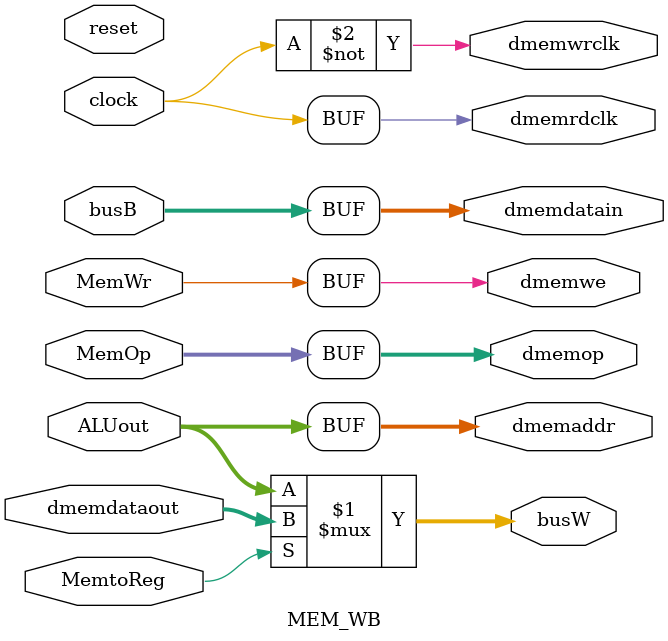
<source format=v>
module MEM_WB(
    // clock ports
    input  clock,
    input  reset,

    // RegFile ports
    output [31: 0] busW,

    //// Pipeline ports Begins ////

    input [31: 0] ALUout,
    input [31: 0] busB,
    input [ 2: 0] MemOp,
    input MemtoReg,
    input MemWr,

    //// Pipeline ports Ends ////

    // dmem ports
	input  [31: 0] dmemdataout, // dmem -> reg
	output [31: 0] dmemdatain,  // reg  -> dmem
   output [31: 0] dmemaddr,
	output [ 2: 0] dmemop,
	output 	dmemrdclk,
	output	dmemwrclk,
	output	dmemwe
);

assign busW = (MemtoReg ? dmemdataout : ALUout);

assign dmemaddr = ALUout;
assign dmemdatain = busB;
assign dmemrdclk = clock;
assign dmemwrclk = ~clock;
assign dmemop = MemOp;
assign dmemwe = MemWr;

endmodule
</source>
